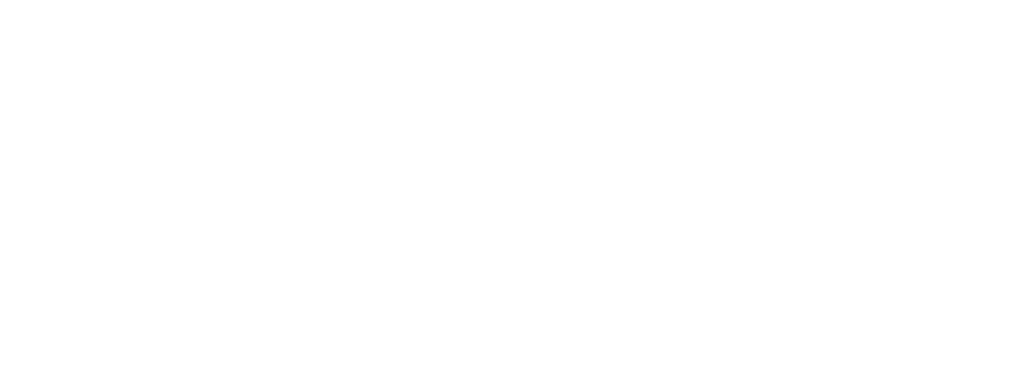
<source format=kicad_pcb>
(kicad_pcb (version 4) (host pcbnew 4.0.7)

  (general
    (links 0)
    (no_connects 0)
    (area 14.999999 54.009804 270.000001 150.35534)
    (thickness 1.6)
    (drawings 7)
    (tracks 0)
    (zones 0)
    (modules 0)
    (nets 1)
  )

  (page A4)
  (layers
    (0 F.Cu signal)
    (31 B.Cu signal)
    (32 B.Adhes user)
    (33 F.Adhes user)
    (34 B.Paste user)
    (35 F.Paste user)
    (36 B.SilkS user)
    (37 F.SilkS user)
    (38 B.Mask user)
    (39 F.Mask user)
    (40 Dwgs.User user)
    (41 Cmts.User user)
    (42 Eco1.User user)
    (43 Eco2.User user)
    (44 Edge.Cuts user)
    (45 Margin user)
    (46 B.CrtYd user)
    (47 F.CrtYd user)
    (48 B.Fab user)
    (49 F.Fab user)
  )

  (setup
    (last_trace_width 0.25)
    (user_trace_width 20)
    (trace_clearance 0.2)
    (zone_clearance 0.508)
    (zone_45_only no)
    (trace_min 0.2)
    (segment_width 20)
    (edge_width 0.15)
    (via_size 0.6)
    (via_drill 0.4)
    (via_min_size 0.4)
    (via_min_drill 0.3)
    (uvia_size 0.3)
    (uvia_drill 0.1)
    (uvias_allowed no)
    (uvia_min_size 0.2)
    (uvia_min_drill 0.1)
    (pcb_text_width 0.3)
    (pcb_text_size 1.5 1.5)
    (mod_edge_width 0.15)
    (mod_text_size 1 1)
    (mod_text_width 0.15)
    (pad_size 1.524 1.524)
    (pad_drill 0.762)
    (pad_to_mask_clearance 0.2)
    (aux_axis_origin 0 0)
    (visible_elements FFFFFF7F)
    (pcbplotparams
      (layerselection 0x00030_80000001)
      (usegerberextensions false)
      (excludeedgelayer true)
      (linewidth 0.100000)
      (plotframeref false)
      (viasonmask false)
      (mode 1)
      (useauxorigin false)
      (hpglpennumber 1)
      (hpglpenspeed 20)
      (hpglpendiameter 15)
      (hpglpenoverlay 2)
      (psnegative false)
      (psa4output false)
      (plotreference true)
      (plotvalue true)
      (plotinvisibletext false)
      (padsonsilk false)
      (subtractmaskfromsilk false)
      (outputformat 1)
      (mirror false)
      (drillshape 1)
      (scaleselection 1)
      (outputdirectory ""))
  )

  (net 0 "")

  (net_class Default "This is the default net class."
    (clearance 0.2)
    (trace_width 0.25)
    (via_dia 0.6)
    (via_drill 0.4)
    (uvia_dia 0.3)
    (uvia_drill 0.1)
  )

  (gr_line (start 235 135) (end 260 135) (angle 90) (layer Eco1.User) (width 20))
  (gr_line (start 235 90) (end 235 135) (angle 90) (layer Eco1.User) (width 20))
  (gr_line (start 210 65) (end 235 90) (angle 90) (layer Eco1.User) (width 20))
  (gr_line (start 155 65) (end 210 65) (angle 90) (layer Eco1.User) (width 20))
  (gr_arc (start 155 115) (end 105 105) (angle 90) (layer Eco1.User) (width 20))
  (gr_arc (start 70 105) (end 105 110) (angle 90) (layer Eco1.User) (width 20))
  (gr_line (start 25 140) (end 75 140) (angle 90) (layer Eco1.User) (width 20))

)

</source>
